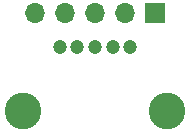
<source format=gbr>
%TF.GenerationSoftware,KiCad,Pcbnew,8.0.6-8.0.6-0~ubuntu24.04.1*%
%TF.CreationDate,2024-11-07T20:05:32-08:00*%
%TF.ProjectId,uSlime_BNO085_Module,75536c69-6d65-45f4-924e-4f3038355f4d,rev?*%
%TF.SameCoordinates,Original*%
%TF.FileFunction,Soldermask,Bot*%
%TF.FilePolarity,Negative*%
%FSLAX46Y46*%
G04 Gerber Fmt 4.6, Leading zero omitted, Abs format (unit mm)*
G04 Created by KiCad (PCBNEW 8.0.6-8.0.6-0~ubuntu24.04.1) date 2024-11-07 20:05:32*
%MOMM*%
%LPD*%
G01*
G04 APERTURE LIST*
%ADD10R,1.700000X1.700000*%
%ADD11O,1.700000X1.700000*%
%ADD12C,3.100000*%
%ADD13C,1.200000*%
G04 APERTURE END LIST*
D10*
%TO.C,J1*%
X13425000Y-2300000D03*
D11*
X10885000Y-2300000D03*
X8345000Y-2300000D03*
X5805000Y-2300000D03*
X3265000Y-2300000D03*
%TD*%
D12*
%TO.C,REF\u002A\u002A*%
X14450000Y-10550000D03*
%TD*%
D13*
%TO.C,CN1*%
X11355000Y-5150000D03*
X9855000Y-5150000D03*
X8355000Y-5150000D03*
X6855000Y-5150000D03*
X5355000Y-5150000D03*
%TD*%
D12*
%TO.C,REF\u002A\u002A*%
X2250000Y-10550000D03*
%TD*%
M02*

</source>
